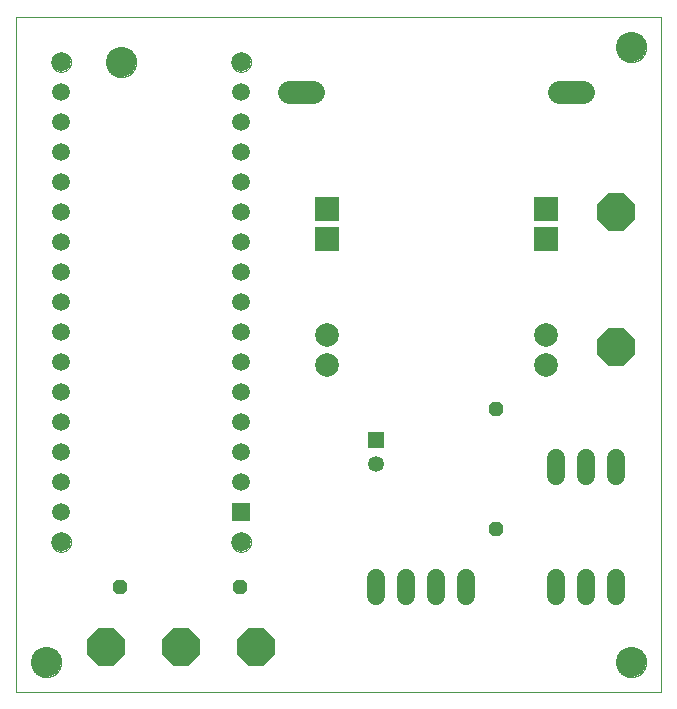
<source format=gts>
G75*
%MOIN*%
%OFA0B0*%
%FSLAX25Y25*%
%IPPOS*%
%LPD*%
%AMOC8*
5,1,8,0,0,1.08239X$1,22.5*
%
%ADD10C,0.00000*%
%ADD11C,0.10000*%
%ADD12C,0.07800*%
%ADD13R,0.05906X0.05906*%
%ADD14C,0.05906*%
%ADD15C,0.06500*%
%ADD16OC8,0.12500*%
%ADD17C,0.07874*%
%ADD18R,0.07874X0.07874*%
%ADD19C,0.06000*%
%ADD20R,0.05315X0.05315*%
%ADD21C,0.05315*%
%ADD22OC8,0.04800*%
D10*
X0002667Y0001256D02*
X0002667Y0226217D01*
X0217667Y0226256D01*
X0217667Y0001256D01*
X0002667Y0001256D01*
X0007667Y0011256D02*
X0007669Y0011397D01*
X0007675Y0011538D01*
X0007685Y0011678D01*
X0007699Y0011818D01*
X0007717Y0011958D01*
X0007738Y0012097D01*
X0007764Y0012236D01*
X0007793Y0012374D01*
X0007827Y0012510D01*
X0007864Y0012646D01*
X0007905Y0012781D01*
X0007950Y0012915D01*
X0007999Y0013047D01*
X0008051Y0013178D01*
X0008107Y0013307D01*
X0008167Y0013434D01*
X0008230Y0013560D01*
X0008296Y0013684D01*
X0008367Y0013807D01*
X0008440Y0013927D01*
X0008517Y0014045D01*
X0008597Y0014161D01*
X0008681Y0014274D01*
X0008767Y0014385D01*
X0008857Y0014494D01*
X0008950Y0014600D01*
X0009045Y0014703D01*
X0009144Y0014804D01*
X0009245Y0014902D01*
X0009349Y0014997D01*
X0009456Y0015089D01*
X0009565Y0015178D01*
X0009677Y0015263D01*
X0009791Y0015346D01*
X0009907Y0015426D01*
X0010026Y0015502D01*
X0010147Y0015574D01*
X0010269Y0015644D01*
X0010394Y0015709D01*
X0010520Y0015772D01*
X0010648Y0015830D01*
X0010778Y0015885D01*
X0010909Y0015937D01*
X0011042Y0015984D01*
X0011176Y0016028D01*
X0011311Y0016069D01*
X0011447Y0016105D01*
X0011584Y0016137D01*
X0011722Y0016166D01*
X0011860Y0016191D01*
X0012000Y0016211D01*
X0012140Y0016228D01*
X0012280Y0016241D01*
X0012421Y0016250D01*
X0012561Y0016255D01*
X0012702Y0016256D01*
X0012843Y0016253D01*
X0012984Y0016246D01*
X0013124Y0016235D01*
X0013264Y0016220D01*
X0013404Y0016201D01*
X0013543Y0016179D01*
X0013681Y0016152D01*
X0013819Y0016122D01*
X0013955Y0016087D01*
X0014091Y0016049D01*
X0014225Y0016007D01*
X0014359Y0015961D01*
X0014491Y0015912D01*
X0014621Y0015858D01*
X0014750Y0015801D01*
X0014877Y0015741D01*
X0015003Y0015677D01*
X0015126Y0015609D01*
X0015248Y0015538D01*
X0015368Y0015464D01*
X0015485Y0015386D01*
X0015600Y0015305D01*
X0015713Y0015221D01*
X0015824Y0015134D01*
X0015932Y0015043D01*
X0016037Y0014950D01*
X0016140Y0014853D01*
X0016240Y0014754D01*
X0016337Y0014652D01*
X0016431Y0014547D01*
X0016522Y0014440D01*
X0016610Y0014330D01*
X0016695Y0014218D01*
X0016777Y0014103D01*
X0016856Y0013986D01*
X0016931Y0013867D01*
X0017003Y0013746D01*
X0017071Y0013623D01*
X0017136Y0013498D01*
X0017198Y0013371D01*
X0017255Y0013242D01*
X0017310Y0013112D01*
X0017360Y0012981D01*
X0017407Y0012848D01*
X0017450Y0012714D01*
X0017489Y0012578D01*
X0017524Y0012442D01*
X0017556Y0012305D01*
X0017583Y0012167D01*
X0017607Y0012028D01*
X0017627Y0011888D01*
X0017643Y0011748D01*
X0017655Y0011608D01*
X0017663Y0011467D01*
X0017667Y0011326D01*
X0017667Y0011186D01*
X0017663Y0011045D01*
X0017655Y0010904D01*
X0017643Y0010764D01*
X0017627Y0010624D01*
X0017607Y0010484D01*
X0017583Y0010345D01*
X0017556Y0010207D01*
X0017524Y0010070D01*
X0017489Y0009934D01*
X0017450Y0009798D01*
X0017407Y0009664D01*
X0017360Y0009531D01*
X0017310Y0009400D01*
X0017255Y0009270D01*
X0017198Y0009141D01*
X0017136Y0009014D01*
X0017071Y0008889D01*
X0017003Y0008766D01*
X0016931Y0008645D01*
X0016856Y0008526D01*
X0016777Y0008409D01*
X0016695Y0008294D01*
X0016610Y0008182D01*
X0016522Y0008072D01*
X0016431Y0007965D01*
X0016337Y0007860D01*
X0016240Y0007758D01*
X0016140Y0007659D01*
X0016037Y0007562D01*
X0015932Y0007469D01*
X0015824Y0007378D01*
X0015713Y0007291D01*
X0015600Y0007207D01*
X0015485Y0007126D01*
X0015368Y0007048D01*
X0015248Y0006974D01*
X0015126Y0006903D01*
X0015003Y0006835D01*
X0014877Y0006771D01*
X0014750Y0006711D01*
X0014621Y0006654D01*
X0014491Y0006600D01*
X0014359Y0006551D01*
X0014225Y0006505D01*
X0014091Y0006463D01*
X0013955Y0006425D01*
X0013819Y0006390D01*
X0013681Y0006360D01*
X0013543Y0006333D01*
X0013404Y0006311D01*
X0013264Y0006292D01*
X0013124Y0006277D01*
X0012984Y0006266D01*
X0012843Y0006259D01*
X0012702Y0006256D01*
X0012561Y0006257D01*
X0012421Y0006262D01*
X0012280Y0006271D01*
X0012140Y0006284D01*
X0012000Y0006301D01*
X0011860Y0006321D01*
X0011722Y0006346D01*
X0011584Y0006375D01*
X0011447Y0006407D01*
X0011311Y0006443D01*
X0011176Y0006484D01*
X0011042Y0006528D01*
X0010909Y0006575D01*
X0010778Y0006627D01*
X0010648Y0006682D01*
X0010520Y0006740D01*
X0010394Y0006803D01*
X0010269Y0006868D01*
X0010147Y0006938D01*
X0010026Y0007010D01*
X0009907Y0007086D01*
X0009791Y0007166D01*
X0009677Y0007249D01*
X0009565Y0007334D01*
X0009456Y0007423D01*
X0009349Y0007515D01*
X0009245Y0007610D01*
X0009144Y0007708D01*
X0009045Y0007809D01*
X0008950Y0007912D01*
X0008857Y0008018D01*
X0008767Y0008127D01*
X0008681Y0008238D01*
X0008597Y0008351D01*
X0008517Y0008467D01*
X0008440Y0008585D01*
X0008367Y0008705D01*
X0008296Y0008828D01*
X0008230Y0008952D01*
X0008167Y0009078D01*
X0008107Y0009205D01*
X0008051Y0009334D01*
X0007999Y0009465D01*
X0007950Y0009597D01*
X0007905Y0009731D01*
X0007864Y0009866D01*
X0007827Y0010002D01*
X0007793Y0010138D01*
X0007764Y0010276D01*
X0007738Y0010415D01*
X0007717Y0010554D01*
X0007699Y0010694D01*
X0007685Y0010834D01*
X0007675Y0010974D01*
X0007669Y0011115D01*
X0007667Y0011256D01*
X0014417Y0051256D02*
X0014419Y0051369D01*
X0014425Y0051483D01*
X0014435Y0051596D01*
X0014449Y0051708D01*
X0014466Y0051820D01*
X0014488Y0051932D01*
X0014514Y0052042D01*
X0014543Y0052152D01*
X0014576Y0052260D01*
X0014613Y0052368D01*
X0014654Y0052473D01*
X0014698Y0052578D01*
X0014746Y0052681D01*
X0014797Y0052782D01*
X0014852Y0052881D01*
X0014911Y0052978D01*
X0014973Y0053073D01*
X0015038Y0053166D01*
X0015106Y0053257D01*
X0015177Y0053345D01*
X0015252Y0053431D01*
X0015329Y0053514D01*
X0015409Y0053594D01*
X0015492Y0053671D01*
X0015578Y0053746D01*
X0015666Y0053817D01*
X0015757Y0053885D01*
X0015850Y0053950D01*
X0015945Y0054012D01*
X0016042Y0054071D01*
X0016141Y0054126D01*
X0016242Y0054177D01*
X0016345Y0054225D01*
X0016450Y0054269D01*
X0016555Y0054310D01*
X0016663Y0054347D01*
X0016771Y0054380D01*
X0016881Y0054409D01*
X0016991Y0054435D01*
X0017103Y0054457D01*
X0017215Y0054474D01*
X0017327Y0054488D01*
X0017440Y0054498D01*
X0017554Y0054504D01*
X0017667Y0054506D01*
X0017780Y0054504D01*
X0017894Y0054498D01*
X0018007Y0054488D01*
X0018119Y0054474D01*
X0018231Y0054457D01*
X0018343Y0054435D01*
X0018453Y0054409D01*
X0018563Y0054380D01*
X0018671Y0054347D01*
X0018779Y0054310D01*
X0018884Y0054269D01*
X0018989Y0054225D01*
X0019092Y0054177D01*
X0019193Y0054126D01*
X0019292Y0054071D01*
X0019389Y0054012D01*
X0019484Y0053950D01*
X0019577Y0053885D01*
X0019668Y0053817D01*
X0019756Y0053746D01*
X0019842Y0053671D01*
X0019925Y0053594D01*
X0020005Y0053514D01*
X0020082Y0053431D01*
X0020157Y0053345D01*
X0020228Y0053257D01*
X0020296Y0053166D01*
X0020361Y0053073D01*
X0020423Y0052978D01*
X0020482Y0052881D01*
X0020537Y0052782D01*
X0020588Y0052681D01*
X0020636Y0052578D01*
X0020680Y0052473D01*
X0020721Y0052368D01*
X0020758Y0052260D01*
X0020791Y0052152D01*
X0020820Y0052042D01*
X0020846Y0051932D01*
X0020868Y0051820D01*
X0020885Y0051708D01*
X0020899Y0051596D01*
X0020909Y0051483D01*
X0020915Y0051369D01*
X0020917Y0051256D01*
X0020915Y0051143D01*
X0020909Y0051029D01*
X0020899Y0050916D01*
X0020885Y0050804D01*
X0020868Y0050692D01*
X0020846Y0050580D01*
X0020820Y0050470D01*
X0020791Y0050360D01*
X0020758Y0050252D01*
X0020721Y0050144D01*
X0020680Y0050039D01*
X0020636Y0049934D01*
X0020588Y0049831D01*
X0020537Y0049730D01*
X0020482Y0049631D01*
X0020423Y0049534D01*
X0020361Y0049439D01*
X0020296Y0049346D01*
X0020228Y0049255D01*
X0020157Y0049167D01*
X0020082Y0049081D01*
X0020005Y0048998D01*
X0019925Y0048918D01*
X0019842Y0048841D01*
X0019756Y0048766D01*
X0019668Y0048695D01*
X0019577Y0048627D01*
X0019484Y0048562D01*
X0019389Y0048500D01*
X0019292Y0048441D01*
X0019193Y0048386D01*
X0019092Y0048335D01*
X0018989Y0048287D01*
X0018884Y0048243D01*
X0018779Y0048202D01*
X0018671Y0048165D01*
X0018563Y0048132D01*
X0018453Y0048103D01*
X0018343Y0048077D01*
X0018231Y0048055D01*
X0018119Y0048038D01*
X0018007Y0048024D01*
X0017894Y0048014D01*
X0017780Y0048008D01*
X0017667Y0048006D01*
X0017554Y0048008D01*
X0017440Y0048014D01*
X0017327Y0048024D01*
X0017215Y0048038D01*
X0017103Y0048055D01*
X0016991Y0048077D01*
X0016881Y0048103D01*
X0016771Y0048132D01*
X0016663Y0048165D01*
X0016555Y0048202D01*
X0016450Y0048243D01*
X0016345Y0048287D01*
X0016242Y0048335D01*
X0016141Y0048386D01*
X0016042Y0048441D01*
X0015945Y0048500D01*
X0015850Y0048562D01*
X0015757Y0048627D01*
X0015666Y0048695D01*
X0015578Y0048766D01*
X0015492Y0048841D01*
X0015409Y0048918D01*
X0015329Y0048998D01*
X0015252Y0049081D01*
X0015177Y0049167D01*
X0015106Y0049255D01*
X0015038Y0049346D01*
X0014973Y0049439D01*
X0014911Y0049534D01*
X0014852Y0049631D01*
X0014797Y0049730D01*
X0014746Y0049831D01*
X0014698Y0049934D01*
X0014654Y0050039D01*
X0014613Y0050144D01*
X0014576Y0050252D01*
X0014543Y0050360D01*
X0014514Y0050470D01*
X0014488Y0050580D01*
X0014466Y0050692D01*
X0014449Y0050804D01*
X0014435Y0050916D01*
X0014425Y0051029D01*
X0014419Y0051143D01*
X0014417Y0051256D01*
X0074417Y0051256D02*
X0074419Y0051369D01*
X0074425Y0051483D01*
X0074435Y0051596D01*
X0074449Y0051708D01*
X0074466Y0051820D01*
X0074488Y0051932D01*
X0074514Y0052042D01*
X0074543Y0052152D01*
X0074576Y0052260D01*
X0074613Y0052368D01*
X0074654Y0052473D01*
X0074698Y0052578D01*
X0074746Y0052681D01*
X0074797Y0052782D01*
X0074852Y0052881D01*
X0074911Y0052978D01*
X0074973Y0053073D01*
X0075038Y0053166D01*
X0075106Y0053257D01*
X0075177Y0053345D01*
X0075252Y0053431D01*
X0075329Y0053514D01*
X0075409Y0053594D01*
X0075492Y0053671D01*
X0075578Y0053746D01*
X0075666Y0053817D01*
X0075757Y0053885D01*
X0075850Y0053950D01*
X0075945Y0054012D01*
X0076042Y0054071D01*
X0076141Y0054126D01*
X0076242Y0054177D01*
X0076345Y0054225D01*
X0076450Y0054269D01*
X0076555Y0054310D01*
X0076663Y0054347D01*
X0076771Y0054380D01*
X0076881Y0054409D01*
X0076991Y0054435D01*
X0077103Y0054457D01*
X0077215Y0054474D01*
X0077327Y0054488D01*
X0077440Y0054498D01*
X0077554Y0054504D01*
X0077667Y0054506D01*
X0077780Y0054504D01*
X0077894Y0054498D01*
X0078007Y0054488D01*
X0078119Y0054474D01*
X0078231Y0054457D01*
X0078343Y0054435D01*
X0078453Y0054409D01*
X0078563Y0054380D01*
X0078671Y0054347D01*
X0078779Y0054310D01*
X0078884Y0054269D01*
X0078989Y0054225D01*
X0079092Y0054177D01*
X0079193Y0054126D01*
X0079292Y0054071D01*
X0079389Y0054012D01*
X0079484Y0053950D01*
X0079577Y0053885D01*
X0079668Y0053817D01*
X0079756Y0053746D01*
X0079842Y0053671D01*
X0079925Y0053594D01*
X0080005Y0053514D01*
X0080082Y0053431D01*
X0080157Y0053345D01*
X0080228Y0053257D01*
X0080296Y0053166D01*
X0080361Y0053073D01*
X0080423Y0052978D01*
X0080482Y0052881D01*
X0080537Y0052782D01*
X0080588Y0052681D01*
X0080636Y0052578D01*
X0080680Y0052473D01*
X0080721Y0052368D01*
X0080758Y0052260D01*
X0080791Y0052152D01*
X0080820Y0052042D01*
X0080846Y0051932D01*
X0080868Y0051820D01*
X0080885Y0051708D01*
X0080899Y0051596D01*
X0080909Y0051483D01*
X0080915Y0051369D01*
X0080917Y0051256D01*
X0080915Y0051143D01*
X0080909Y0051029D01*
X0080899Y0050916D01*
X0080885Y0050804D01*
X0080868Y0050692D01*
X0080846Y0050580D01*
X0080820Y0050470D01*
X0080791Y0050360D01*
X0080758Y0050252D01*
X0080721Y0050144D01*
X0080680Y0050039D01*
X0080636Y0049934D01*
X0080588Y0049831D01*
X0080537Y0049730D01*
X0080482Y0049631D01*
X0080423Y0049534D01*
X0080361Y0049439D01*
X0080296Y0049346D01*
X0080228Y0049255D01*
X0080157Y0049167D01*
X0080082Y0049081D01*
X0080005Y0048998D01*
X0079925Y0048918D01*
X0079842Y0048841D01*
X0079756Y0048766D01*
X0079668Y0048695D01*
X0079577Y0048627D01*
X0079484Y0048562D01*
X0079389Y0048500D01*
X0079292Y0048441D01*
X0079193Y0048386D01*
X0079092Y0048335D01*
X0078989Y0048287D01*
X0078884Y0048243D01*
X0078779Y0048202D01*
X0078671Y0048165D01*
X0078563Y0048132D01*
X0078453Y0048103D01*
X0078343Y0048077D01*
X0078231Y0048055D01*
X0078119Y0048038D01*
X0078007Y0048024D01*
X0077894Y0048014D01*
X0077780Y0048008D01*
X0077667Y0048006D01*
X0077554Y0048008D01*
X0077440Y0048014D01*
X0077327Y0048024D01*
X0077215Y0048038D01*
X0077103Y0048055D01*
X0076991Y0048077D01*
X0076881Y0048103D01*
X0076771Y0048132D01*
X0076663Y0048165D01*
X0076555Y0048202D01*
X0076450Y0048243D01*
X0076345Y0048287D01*
X0076242Y0048335D01*
X0076141Y0048386D01*
X0076042Y0048441D01*
X0075945Y0048500D01*
X0075850Y0048562D01*
X0075757Y0048627D01*
X0075666Y0048695D01*
X0075578Y0048766D01*
X0075492Y0048841D01*
X0075409Y0048918D01*
X0075329Y0048998D01*
X0075252Y0049081D01*
X0075177Y0049167D01*
X0075106Y0049255D01*
X0075038Y0049346D01*
X0074973Y0049439D01*
X0074911Y0049534D01*
X0074852Y0049631D01*
X0074797Y0049730D01*
X0074746Y0049831D01*
X0074698Y0049934D01*
X0074654Y0050039D01*
X0074613Y0050144D01*
X0074576Y0050252D01*
X0074543Y0050360D01*
X0074514Y0050470D01*
X0074488Y0050580D01*
X0074466Y0050692D01*
X0074449Y0050804D01*
X0074435Y0050916D01*
X0074425Y0051029D01*
X0074419Y0051143D01*
X0074417Y0051256D01*
X0202667Y0011256D02*
X0202669Y0011397D01*
X0202675Y0011538D01*
X0202685Y0011678D01*
X0202699Y0011818D01*
X0202717Y0011958D01*
X0202738Y0012097D01*
X0202764Y0012236D01*
X0202793Y0012374D01*
X0202827Y0012510D01*
X0202864Y0012646D01*
X0202905Y0012781D01*
X0202950Y0012915D01*
X0202999Y0013047D01*
X0203051Y0013178D01*
X0203107Y0013307D01*
X0203167Y0013434D01*
X0203230Y0013560D01*
X0203296Y0013684D01*
X0203367Y0013807D01*
X0203440Y0013927D01*
X0203517Y0014045D01*
X0203597Y0014161D01*
X0203681Y0014274D01*
X0203767Y0014385D01*
X0203857Y0014494D01*
X0203950Y0014600D01*
X0204045Y0014703D01*
X0204144Y0014804D01*
X0204245Y0014902D01*
X0204349Y0014997D01*
X0204456Y0015089D01*
X0204565Y0015178D01*
X0204677Y0015263D01*
X0204791Y0015346D01*
X0204907Y0015426D01*
X0205026Y0015502D01*
X0205147Y0015574D01*
X0205269Y0015644D01*
X0205394Y0015709D01*
X0205520Y0015772D01*
X0205648Y0015830D01*
X0205778Y0015885D01*
X0205909Y0015937D01*
X0206042Y0015984D01*
X0206176Y0016028D01*
X0206311Y0016069D01*
X0206447Y0016105D01*
X0206584Y0016137D01*
X0206722Y0016166D01*
X0206860Y0016191D01*
X0207000Y0016211D01*
X0207140Y0016228D01*
X0207280Y0016241D01*
X0207421Y0016250D01*
X0207561Y0016255D01*
X0207702Y0016256D01*
X0207843Y0016253D01*
X0207984Y0016246D01*
X0208124Y0016235D01*
X0208264Y0016220D01*
X0208404Y0016201D01*
X0208543Y0016179D01*
X0208681Y0016152D01*
X0208819Y0016122D01*
X0208955Y0016087D01*
X0209091Y0016049D01*
X0209225Y0016007D01*
X0209359Y0015961D01*
X0209491Y0015912D01*
X0209621Y0015858D01*
X0209750Y0015801D01*
X0209877Y0015741D01*
X0210003Y0015677D01*
X0210126Y0015609D01*
X0210248Y0015538D01*
X0210368Y0015464D01*
X0210485Y0015386D01*
X0210600Y0015305D01*
X0210713Y0015221D01*
X0210824Y0015134D01*
X0210932Y0015043D01*
X0211037Y0014950D01*
X0211140Y0014853D01*
X0211240Y0014754D01*
X0211337Y0014652D01*
X0211431Y0014547D01*
X0211522Y0014440D01*
X0211610Y0014330D01*
X0211695Y0014218D01*
X0211777Y0014103D01*
X0211856Y0013986D01*
X0211931Y0013867D01*
X0212003Y0013746D01*
X0212071Y0013623D01*
X0212136Y0013498D01*
X0212198Y0013371D01*
X0212255Y0013242D01*
X0212310Y0013112D01*
X0212360Y0012981D01*
X0212407Y0012848D01*
X0212450Y0012714D01*
X0212489Y0012578D01*
X0212524Y0012442D01*
X0212556Y0012305D01*
X0212583Y0012167D01*
X0212607Y0012028D01*
X0212627Y0011888D01*
X0212643Y0011748D01*
X0212655Y0011608D01*
X0212663Y0011467D01*
X0212667Y0011326D01*
X0212667Y0011186D01*
X0212663Y0011045D01*
X0212655Y0010904D01*
X0212643Y0010764D01*
X0212627Y0010624D01*
X0212607Y0010484D01*
X0212583Y0010345D01*
X0212556Y0010207D01*
X0212524Y0010070D01*
X0212489Y0009934D01*
X0212450Y0009798D01*
X0212407Y0009664D01*
X0212360Y0009531D01*
X0212310Y0009400D01*
X0212255Y0009270D01*
X0212198Y0009141D01*
X0212136Y0009014D01*
X0212071Y0008889D01*
X0212003Y0008766D01*
X0211931Y0008645D01*
X0211856Y0008526D01*
X0211777Y0008409D01*
X0211695Y0008294D01*
X0211610Y0008182D01*
X0211522Y0008072D01*
X0211431Y0007965D01*
X0211337Y0007860D01*
X0211240Y0007758D01*
X0211140Y0007659D01*
X0211037Y0007562D01*
X0210932Y0007469D01*
X0210824Y0007378D01*
X0210713Y0007291D01*
X0210600Y0007207D01*
X0210485Y0007126D01*
X0210368Y0007048D01*
X0210248Y0006974D01*
X0210126Y0006903D01*
X0210003Y0006835D01*
X0209877Y0006771D01*
X0209750Y0006711D01*
X0209621Y0006654D01*
X0209491Y0006600D01*
X0209359Y0006551D01*
X0209225Y0006505D01*
X0209091Y0006463D01*
X0208955Y0006425D01*
X0208819Y0006390D01*
X0208681Y0006360D01*
X0208543Y0006333D01*
X0208404Y0006311D01*
X0208264Y0006292D01*
X0208124Y0006277D01*
X0207984Y0006266D01*
X0207843Y0006259D01*
X0207702Y0006256D01*
X0207561Y0006257D01*
X0207421Y0006262D01*
X0207280Y0006271D01*
X0207140Y0006284D01*
X0207000Y0006301D01*
X0206860Y0006321D01*
X0206722Y0006346D01*
X0206584Y0006375D01*
X0206447Y0006407D01*
X0206311Y0006443D01*
X0206176Y0006484D01*
X0206042Y0006528D01*
X0205909Y0006575D01*
X0205778Y0006627D01*
X0205648Y0006682D01*
X0205520Y0006740D01*
X0205394Y0006803D01*
X0205269Y0006868D01*
X0205147Y0006938D01*
X0205026Y0007010D01*
X0204907Y0007086D01*
X0204791Y0007166D01*
X0204677Y0007249D01*
X0204565Y0007334D01*
X0204456Y0007423D01*
X0204349Y0007515D01*
X0204245Y0007610D01*
X0204144Y0007708D01*
X0204045Y0007809D01*
X0203950Y0007912D01*
X0203857Y0008018D01*
X0203767Y0008127D01*
X0203681Y0008238D01*
X0203597Y0008351D01*
X0203517Y0008467D01*
X0203440Y0008585D01*
X0203367Y0008705D01*
X0203296Y0008828D01*
X0203230Y0008952D01*
X0203167Y0009078D01*
X0203107Y0009205D01*
X0203051Y0009334D01*
X0202999Y0009465D01*
X0202950Y0009597D01*
X0202905Y0009731D01*
X0202864Y0009866D01*
X0202827Y0010002D01*
X0202793Y0010138D01*
X0202764Y0010276D01*
X0202738Y0010415D01*
X0202717Y0010554D01*
X0202699Y0010694D01*
X0202685Y0010834D01*
X0202675Y0010974D01*
X0202669Y0011115D01*
X0202667Y0011256D01*
X0074417Y0211256D02*
X0074419Y0211369D01*
X0074425Y0211483D01*
X0074435Y0211596D01*
X0074449Y0211708D01*
X0074466Y0211820D01*
X0074488Y0211932D01*
X0074514Y0212042D01*
X0074543Y0212152D01*
X0074576Y0212260D01*
X0074613Y0212368D01*
X0074654Y0212473D01*
X0074698Y0212578D01*
X0074746Y0212681D01*
X0074797Y0212782D01*
X0074852Y0212881D01*
X0074911Y0212978D01*
X0074973Y0213073D01*
X0075038Y0213166D01*
X0075106Y0213257D01*
X0075177Y0213345D01*
X0075252Y0213431D01*
X0075329Y0213514D01*
X0075409Y0213594D01*
X0075492Y0213671D01*
X0075578Y0213746D01*
X0075666Y0213817D01*
X0075757Y0213885D01*
X0075850Y0213950D01*
X0075945Y0214012D01*
X0076042Y0214071D01*
X0076141Y0214126D01*
X0076242Y0214177D01*
X0076345Y0214225D01*
X0076450Y0214269D01*
X0076555Y0214310D01*
X0076663Y0214347D01*
X0076771Y0214380D01*
X0076881Y0214409D01*
X0076991Y0214435D01*
X0077103Y0214457D01*
X0077215Y0214474D01*
X0077327Y0214488D01*
X0077440Y0214498D01*
X0077554Y0214504D01*
X0077667Y0214506D01*
X0077780Y0214504D01*
X0077894Y0214498D01*
X0078007Y0214488D01*
X0078119Y0214474D01*
X0078231Y0214457D01*
X0078343Y0214435D01*
X0078453Y0214409D01*
X0078563Y0214380D01*
X0078671Y0214347D01*
X0078779Y0214310D01*
X0078884Y0214269D01*
X0078989Y0214225D01*
X0079092Y0214177D01*
X0079193Y0214126D01*
X0079292Y0214071D01*
X0079389Y0214012D01*
X0079484Y0213950D01*
X0079577Y0213885D01*
X0079668Y0213817D01*
X0079756Y0213746D01*
X0079842Y0213671D01*
X0079925Y0213594D01*
X0080005Y0213514D01*
X0080082Y0213431D01*
X0080157Y0213345D01*
X0080228Y0213257D01*
X0080296Y0213166D01*
X0080361Y0213073D01*
X0080423Y0212978D01*
X0080482Y0212881D01*
X0080537Y0212782D01*
X0080588Y0212681D01*
X0080636Y0212578D01*
X0080680Y0212473D01*
X0080721Y0212368D01*
X0080758Y0212260D01*
X0080791Y0212152D01*
X0080820Y0212042D01*
X0080846Y0211932D01*
X0080868Y0211820D01*
X0080885Y0211708D01*
X0080899Y0211596D01*
X0080909Y0211483D01*
X0080915Y0211369D01*
X0080917Y0211256D01*
X0080915Y0211143D01*
X0080909Y0211029D01*
X0080899Y0210916D01*
X0080885Y0210804D01*
X0080868Y0210692D01*
X0080846Y0210580D01*
X0080820Y0210470D01*
X0080791Y0210360D01*
X0080758Y0210252D01*
X0080721Y0210144D01*
X0080680Y0210039D01*
X0080636Y0209934D01*
X0080588Y0209831D01*
X0080537Y0209730D01*
X0080482Y0209631D01*
X0080423Y0209534D01*
X0080361Y0209439D01*
X0080296Y0209346D01*
X0080228Y0209255D01*
X0080157Y0209167D01*
X0080082Y0209081D01*
X0080005Y0208998D01*
X0079925Y0208918D01*
X0079842Y0208841D01*
X0079756Y0208766D01*
X0079668Y0208695D01*
X0079577Y0208627D01*
X0079484Y0208562D01*
X0079389Y0208500D01*
X0079292Y0208441D01*
X0079193Y0208386D01*
X0079092Y0208335D01*
X0078989Y0208287D01*
X0078884Y0208243D01*
X0078779Y0208202D01*
X0078671Y0208165D01*
X0078563Y0208132D01*
X0078453Y0208103D01*
X0078343Y0208077D01*
X0078231Y0208055D01*
X0078119Y0208038D01*
X0078007Y0208024D01*
X0077894Y0208014D01*
X0077780Y0208008D01*
X0077667Y0208006D01*
X0077554Y0208008D01*
X0077440Y0208014D01*
X0077327Y0208024D01*
X0077215Y0208038D01*
X0077103Y0208055D01*
X0076991Y0208077D01*
X0076881Y0208103D01*
X0076771Y0208132D01*
X0076663Y0208165D01*
X0076555Y0208202D01*
X0076450Y0208243D01*
X0076345Y0208287D01*
X0076242Y0208335D01*
X0076141Y0208386D01*
X0076042Y0208441D01*
X0075945Y0208500D01*
X0075850Y0208562D01*
X0075757Y0208627D01*
X0075666Y0208695D01*
X0075578Y0208766D01*
X0075492Y0208841D01*
X0075409Y0208918D01*
X0075329Y0208998D01*
X0075252Y0209081D01*
X0075177Y0209167D01*
X0075106Y0209255D01*
X0075038Y0209346D01*
X0074973Y0209439D01*
X0074911Y0209534D01*
X0074852Y0209631D01*
X0074797Y0209730D01*
X0074746Y0209831D01*
X0074698Y0209934D01*
X0074654Y0210039D01*
X0074613Y0210144D01*
X0074576Y0210252D01*
X0074543Y0210360D01*
X0074514Y0210470D01*
X0074488Y0210580D01*
X0074466Y0210692D01*
X0074449Y0210804D01*
X0074435Y0210916D01*
X0074425Y0211029D01*
X0074419Y0211143D01*
X0074417Y0211256D01*
X0032667Y0211256D02*
X0032669Y0211397D01*
X0032675Y0211538D01*
X0032685Y0211678D01*
X0032699Y0211818D01*
X0032717Y0211958D01*
X0032738Y0212097D01*
X0032764Y0212236D01*
X0032793Y0212374D01*
X0032827Y0212510D01*
X0032864Y0212646D01*
X0032905Y0212781D01*
X0032950Y0212915D01*
X0032999Y0213047D01*
X0033051Y0213178D01*
X0033107Y0213307D01*
X0033167Y0213434D01*
X0033230Y0213560D01*
X0033296Y0213684D01*
X0033367Y0213807D01*
X0033440Y0213927D01*
X0033517Y0214045D01*
X0033597Y0214161D01*
X0033681Y0214274D01*
X0033767Y0214385D01*
X0033857Y0214494D01*
X0033950Y0214600D01*
X0034045Y0214703D01*
X0034144Y0214804D01*
X0034245Y0214902D01*
X0034349Y0214997D01*
X0034456Y0215089D01*
X0034565Y0215178D01*
X0034677Y0215263D01*
X0034791Y0215346D01*
X0034907Y0215426D01*
X0035026Y0215502D01*
X0035147Y0215574D01*
X0035269Y0215644D01*
X0035394Y0215709D01*
X0035520Y0215772D01*
X0035648Y0215830D01*
X0035778Y0215885D01*
X0035909Y0215937D01*
X0036042Y0215984D01*
X0036176Y0216028D01*
X0036311Y0216069D01*
X0036447Y0216105D01*
X0036584Y0216137D01*
X0036722Y0216166D01*
X0036860Y0216191D01*
X0037000Y0216211D01*
X0037140Y0216228D01*
X0037280Y0216241D01*
X0037421Y0216250D01*
X0037561Y0216255D01*
X0037702Y0216256D01*
X0037843Y0216253D01*
X0037984Y0216246D01*
X0038124Y0216235D01*
X0038264Y0216220D01*
X0038404Y0216201D01*
X0038543Y0216179D01*
X0038681Y0216152D01*
X0038819Y0216122D01*
X0038955Y0216087D01*
X0039091Y0216049D01*
X0039225Y0216007D01*
X0039359Y0215961D01*
X0039491Y0215912D01*
X0039621Y0215858D01*
X0039750Y0215801D01*
X0039877Y0215741D01*
X0040003Y0215677D01*
X0040126Y0215609D01*
X0040248Y0215538D01*
X0040368Y0215464D01*
X0040485Y0215386D01*
X0040600Y0215305D01*
X0040713Y0215221D01*
X0040824Y0215134D01*
X0040932Y0215043D01*
X0041037Y0214950D01*
X0041140Y0214853D01*
X0041240Y0214754D01*
X0041337Y0214652D01*
X0041431Y0214547D01*
X0041522Y0214440D01*
X0041610Y0214330D01*
X0041695Y0214218D01*
X0041777Y0214103D01*
X0041856Y0213986D01*
X0041931Y0213867D01*
X0042003Y0213746D01*
X0042071Y0213623D01*
X0042136Y0213498D01*
X0042198Y0213371D01*
X0042255Y0213242D01*
X0042310Y0213112D01*
X0042360Y0212981D01*
X0042407Y0212848D01*
X0042450Y0212714D01*
X0042489Y0212578D01*
X0042524Y0212442D01*
X0042556Y0212305D01*
X0042583Y0212167D01*
X0042607Y0212028D01*
X0042627Y0211888D01*
X0042643Y0211748D01*
X0042655Y0211608D01*
X0042663Y0211467D01*
X0042667Y0211326D01*
X0042667Y0211186D01*
X0042663Y0211045D01*
X0042655Y0210904D01*
X0042643Y0210764D01*
X0042627Y0210624D01*
X0042607Y0210484D01*
X0042583Y0210345D01*
X0042556Y0210207D01*
X0042524Y0210070D01*
X0042489Y0209934D01*
X0042450Y0209798D01*
X0042407Y0209664D01*
X0042360Y0209531D01*
X0042310Y0209400D01*
X0042255Y0209270D01*
X0042198Y0209141D01*
X0042136Y0209014D01*
X0042071Y0208889D01*
X0042003Y0208766D01*
X0041931Y0208645D01*
X0041856Y0208526D01*
X0041777Y0208409D01*
X0041695Y0208294D01*
X0041610Y0208182D01*
X0041522Y0208072D01*
X0041431Y0207965D01*
X0041337Y0207860D01*
X0041240Y0207758D01*
X0041140Y0207659D01*
X0041037Y0207562D01*
X0040932Y0207469D01*
X0040824Y0207378D01*
X0040713Y0207291D01*
X0040600Y0207207D01*
X0040485Y0207126D01*
X0040368Y0207048D01*
X0040248Y0206974D01*
X0040126Y0206903D01*
X0040003Y0206835D01*
X0039877Y0206771D01*
X0039750Y0206711D01*
X0039621Y0206654D01*
X0039491Y0206600D01*
X0039359Y0206551D01*
X0039225Y0206505D01*
X0039091Y0206463D01*
X0038955Y0206425D01*
X0038819Y0206390D01*
X0038681Y0206360D01*
X0038543Y0206333D01*
X0038404Y0206311D01*
X0038264Y0206292D01*
X0038124Y0206277D01*
X0037984Y0206266D01*
X0037843Y0206259D01*
X0037702Y0206256D01*
X0037561Y0206257D01*
X0037421Y0206262D01*
X0037280Y0206271D01*
X0037140Y0206284D01*
X0037000Y0206301D01*
X0036860Y0206321D01*
X0036722Y0206346D01*
X0036584Y0206375D01*
X0036447Y0206407D01*
X0036311Y0206443D01*
X0036176Y0206484D01*
X0036042Y0206528D01*
X0035909Y0206575D01*
X0035778Y0206627D01*
X0035648Y0206682D01*
X0035520Y0206740D01*
X0035394Y0206803D01*
X0035269Y0206868D01*
X0035147Y0206938D01*
X0035026Y0207010D01*
X0034907Y0207086D01*
X0034791Y0207166D01*
X0034677Y0207249D01*
X0034565Y0207334D01*
X0034456Y0207423D01*
X0034349Y0207515D01*
X0034245Y0207610D01*
X0034144Y0207708D01*
X0034045Y0207809D01*
X0033950Y0207912D01*
X0033857Y0208018D01*
X0033767Y0208127D01*
X0033681Y0208238D01*
X0033597Y0208351D01*
X0033517Y0208467D01*
X0033440Y0208585D01*
X0033367Y0208705D01*
X0033296Y0208828D01*
X0033230Y0208952D01*
X0033167Y0209078D01*
X0033107Y0209205D01*
X0033051Y0209334D01*
X0032999Y0209465D01*
X0032950Y0209597D01*
X0032905Y0209731D01*
X0032864Y0209866D01*
X0032827Y0210002D01*
X0032793Y0210138D01*
X0032764Y0210276D01*
X0032738Y0210415D01*
X0032717Y0210554D01*
X0032699Y0210694D01*
X0032685Y0210834D01*
X0032675Y0210974D01*
X0032669Y0211115D01*
X0032667Y0211256D01*
X0014417Y0211256D02*
X0014419Y0211369D01*
X0014425Y0211483D01*
X0014435Y0211596D01*
X0014449Y0211708D01*
X0014466Y0211820D01*
X0014488Y0211932D01*
X0014514Y0212042D01*
X0014543Y0212152D01*
X0014576Y0212260D01*
X0014613Y0212368D01*
X0014654Y0212473D01*
X0014698Y0212578D01*
X0014746Y0212681D01*
X0014797Y0212782D01*
X0014852Y0212881D01*
X0014911Y0212978D01*
X0014973Y0213073D01*
X0015038Y0213166D01*
X0015106Y0213257D01*
X0015177Y0213345D01*
X0015252Y0213431D01*
X0015329Y0213514D01*
X0015409Y0213594D01*
X0015492Y0213671D01*
X0015578Y0213746D01*
X0015666Y0213817D01*
X0015757Y0213885D01*
X0015850Y0213950D01*
X0015945Y0214012D01*
X0016042Y0214071D01*
X0016141Y0214126D01*
X0016242Y0214177D01*
X0016345Y0214225D01*
X0016450Y0214269D01*
X0016555Y0214310D01*
X0016663Y0214347D01*
X0016771Y0214380D01*
X0016881Y0214409D01*
X0016991Y0214435D01*
X0017103Y0214457D01*
X0017215Y0214474D01*
X0017327Y0214488D01*
X0017440Y0214498D01*
X0017554Y0214504D01*
X0017667Y0214506D01*
X0017780Y0214504D01*
X0017894Y0214498D01*
X0018007Y0214488D01*
X0018119Y0214474D01*
X0018231Y0214457D01*
X0018343Y0214435D01*
X0018453Y0214409D01*
X0018563Y0214380D01*
X0018671Y0214347D01*
X0018779Y0214310D01*
X0018884Y0214269D01*
X0018989Y0214225D01*
X0019092Y0214177D01*
X0019193Y0214126D01*
X0019292Y0214071D01*
X0019389Y0214012D01*
X0019484Y0213950D01*
X0019577Y0213885D01*
X0019668Y0213817D01*
X0019756Y0213746D01*
X0019842Y0213671D01*
X0019925Y0213594D01*
X0020005Y0213514D01*
X0020082Y0213431D01*
X0020157Y0213345D01*
X0020228Y0213257D01*
X0020296Y0213166D01*
X0020361Y0213073D01*
X0020423Y0212978D01*
X0020482Y0212881D01*
X0020537Y0212782D01*
X0020588Y0212681D01*
X0020636Y0212578D01*
X0020680Y0212473D01*
X0020721Y0212368D01*
X0020758Y0212260D01*
X0020791Y0212152D01*
X0020820Y0212042D01*
X0020846Y0211932D01*
X0020868Y0211820D01*
X0020885Y0211708D01*
X0020899Y0211596D01*
X0020909Y0211483D01*
X0020915Y0211369D01*
X0020917Y0211256D01*
X0020915Y0211143D01*
X0020909Y0211029D01*
X0020899Y0210916D01*
X0020885Y0210804D01*
X0020868Y0210692D01*
X0020846Y0210580D01*
X0020820Y0210470D01*
X0020791Y0210360D01*
X0020758Y0210252D01*
X0020721Y0210144D01*
X0020680Y0210039D01*
X0020636Y0209934D01*
X0020588Y0209831D01*
X0020537Y0209730D01*
X0020482Y0209631D01*
X0020423Y0209534D01*
X0020361Y0209439D01*
X0020296Y0209346D01*
X0020228Y0209255D01*
X0020157Y0209167D01*
X0020082Y0209081D01*
X0020005Y0208998D01*
X0019925Y0208918D01*
X0019842Y0208841D01*
X0019756Y0208766D01*
X0019668Y0208695D01*
X0019577Y0208627D01*
X0019484Y0208562D01*
X0019389Y0208500D01*
X0019292Y0208441D01*
X0019193Y0208386D01*
X0019092Y0208335D01*
X0018989Y0208287D01*
X0018884Y0208243D01*
X0018779Y0208202D01*
X0018671Y0208165D01*
X0018563Y0208132D01*
X0018453Y0208103D01*
X0018343Y0208077D01*
X0018231Y0208055D01*
X0018119Y0208038D01*
X0018007Y0208024D01*
X0017894Y0208014D01*
X0017780Y0208008D01*
X0017667Y0208006D01*
X0017554Y0208008D01*
X0017440Y0208014D01*
X0017327Y0208024D01*
X0017215Y0208038D01*
X0017103Y0208055D01*
X0016991Y0208077D01*
X0016881Y0208103D01*
X0016771Y0208132D01*
X0016663Y0208165D01*
X0016555Y0208202D01*
X0016450Y0208243D01*
X0016345Y0208287D01*
X0016242Y0208335D01*
X0016141Y0208386D01*
X0016042Y0208441D01*
X0015945Y0208500D01*
X0015850Y0208562D01*
X0015757Y0208627D01*
X0015666Y0208695D01*
X0015578Y0208766D01*
X0015492Y0208841D01*
X0015409Y0208918D01*
X0015329Y0208998D01*
X0015252Y0209081D01*
X0015177Y0209167D01*
X0015106Y0209255D01*
X0015038Y0209346D01*
X0014973Y0209439D01*
X0014911Y0209534D01*
X0014852Y0209631D01*
X0014797Y0209730D01*
X0014746Y0209831D01*
X0014698Y0209934D01*
X0014654Y0210039D01*
X0014613Y0210144D01*
X0014576Y0210252D01*
X0014543Y0210360D01*
X0014514Y0210470D01*
X0014488Y0210580D01*
X0014466Y0210692D01*
X0014449Y0210804D01*
X0014435Y0210916D01*
X0014425Y0211029D01*
X0014419Y0211143D01*
X0014417Y0211256D01*
X0202667Y0216256D02*
X0202669Y0216397D01*
X0202675Y0216538D01*
X0202685Y0216678D01*
X0202699Y0216818D01*
X0202717Y0216958D01*
X0202738Y0217097D01*
X0202764Y0217236D01*
X0202793Y0217374D01*
X0202827Y0217510D01*
X0202864Y0217646D01*
X0202905Y0217781D01*
X0202950Y0217915D01*
X0202999Y0218047D01*
X0203051Y0218178D01*
X0203107Y0218307D01*
X0203167Y0218434D01*
X0203230Y0218560D01*
X0203296Y0218684D01*
X0203367Y0218807D01*
X0203440Y0218927D01*
X0203517Y0219045D01*
X0203597Y0219161D01*
X0203681Y0219274D01*
X0203767Y0219385D01*
X0203857Y0219494D01*
X0203950Y0219600D01*
X0204045Y0219703D01*
X0204144Y0219804D01*
X0204245Y0219902D01*
X0204349Y0219997D01*
X0204456Y0220089D01*
X0204565Y0220178D01*
X0204677Y0220263D01*
X0204791Y0220346D01*
X0204907Y0220426D01*
X0205026Y0220502D01*
X0205147Y0220574D01*
X0205269Y0220644D01*
X0205394Y0220709D01*
X0205520Y0220772D01*
X0205648Y0220830D01*
X0205778Y0220885D01*
X0205909Y0220937D01*
X0206042Y0220984D01*
X0206176Y0221028D01*
X0206311Y0221069D01*
X0206447Y0221105D01*
X0206584Y0221137D01*
X0206722Y0221166D01*
X0206860Y0221191D01*
X0207000Y0221211D01*
X0207140Y0221228D01*
X0207280Y0221241D01*
X0207421Y0221250D01*
X0207561Y0221255D01*
X0207702Y0221256D01*
X0207843Y0221253D01*
X0207984Y0221246D01*
X0208124Y0221235D01*
X0208264Y0221220D01*
X0208404Y0221201D01*
X0208543Y0221179D01*
X0208681Y0221152D01*
X0208819Y0221122D01*
X0208955Y0221087D01*
X0209091Y0221049D01*
X0209225Y0221007D01*
X0209359Y0220961D01*
X0209491Y0220912D01*
X0209621Y0220858D01*
X0209750Y0220801D01*
X0209877Y0220741D01*
X0210003Y0220677D01*
X0210126Y0220609D01*
X0210248Y0220538D01*
X0210368Y0220464D01*
X0210485Y0220386D01*
X0210600Y0220305D01*
X0210713Y0220221D01*
X0210824Y0220134D01*
X0210932Y0220043D01*
X0211037Y0219950D01*
X0211140Y0219853D01*
X0211240Y0219754D01*
X0211337Y0219652D01*
X0211431Y0219547D01*
X0211522Y0219440D01*
X0211610Y0219330D01*
X0211695Y0219218D01*
X0211777Y0219103D01*
X0211856Y0218986D01*
X0211931Y0218867D01*
X0212003Y0218746D01*
X0212071Y0218623D01*
X0212136Y0218498D01*
X0212198Y0218371D01*
X0212255Y0218242D01*
X0212310Y0218112D01*
X0212360Y0217981D01*
X0212407Y0217848D01*
X0212450Y0217714D01*
X0212489Y0217578D01*
X0212524Y0217442D01*
X0212556Y0217305D01*
X0212583Y0217167D01*
X0212607Y0217028D01*
X0212627Y0216888D01*
X0212643Y0216748D01*
X0212655Y0216608D01*
X0212663Y0216467D01*
X0212667Y0216326D01*
X0212667Y0216186D01*
X0212663Y0216045D01*
X0212655Y0215904D01*
X0212643Y0215764D01*
X0212627Y0215624D01*
X0212607Y0215484D01*
X0212583Y0215345D01*
X0212556Y0215207D01*
X0212524Y0215070D01*
X0212489Y0214934D01*
X0212450Y0214798D01*
X0212407Y0214664D01*
X0212360Y0214531D01*
X0212310Y0214400D01*
X0212255Y0214270D01*
X0212198Y0214141D01*
X0212136Y0214014D01*
X0212071Y0213889D01*
X0212003Y0213766D01*
X0211931Y0213645D01*
X0211856Y0213526D01*
X0211777Y0213409D01*
X0211695Y0213294D01*
X0211610Y0213182D01*
X0211522Y0213072D01*
X0211431Y0212965D01*
X0211337Y0212860D01*
X0211240Y0212758D01*
X0211140Y0212659D01*
X0211037Y0212562D01*
X0210932Y0212469D01*
X0210824Y0212378D01*
X0210713Y0212291D01*
X0210600Y0212207D01*
X0210485Y0212126D01*
X0210368Y0212048D01*
X0210248Y0211974D01*
X0210126Y0211903D01*
X0210003Y0211835D01*
X0209877Y0211771D01*
X0209750Y0211711D01*
X0209621Y0211654D01*
X0209491Y0211600D01*
X0209359Y0211551D01*
X0209225Y0211505D01*
X0209091Y0211463D01*
X0208955Y0211425D01*
X0208819Y0211390D01*
X0208681Y0211360D01*
X0208543Y0211333D01*
X0208404Y0211311D01*
X0208264Y0211292D01*
X0208124Y0211277D01*
X0207984Y0211266D01*
X0207843Y0211259D01*
X0207702Y0211256D01*
X0207561Y0211257D01*
X0207421Y0211262D01*
X0207280Y0211271D01*
X0207140Y0211284D01*
X0207000Y0211301D01*
X0206860Y0211321D01*
X0206722Y0211346D01*
X0206584Y0211375D01*
X0206447Y0211407D01*
X0206311Y0211443D01*
X0206176Y0211484D01*
X0206042Y0211528D01*
X0205909Y0211575D01*
X0205778Y0211627D01*
X0205648Y0211682D01*
X0205520Y0211740D01*
X0205394Y0211803D01*
X0205269Y0211868D01*
X0205147Y0211938D01*
X0205026Y0212010D01*
X0204907Y0212086D01*
X0204791Y0212166D01*
X0204677Y0212249D01*
X0204565Y0212334D01*
X0204456Y0212423D01*
X0204349Y0212515D01*
X0204245Y0212610D01*
X0204144Y0212708D01*
X0204045Y0212809D01*
X0203950Y0212912D01*
X0203857Y0213018D01*
X0203767Y0213127D01*
X0203681Y0213238D01*
X0203597Y0213351D01*
X0203517Y0213467D01*
X0203440Y0213585D01*
X0203367Y0213705D01*
X0203296Y0213828D01*
X0203230Y0213952D01*
X0203167Y0214078D01*
X0203107Y0214205D01*
X0203051Y0214334D01*
X0202999Y0214465D01*
X0202950Y0214597D01*
X0202905Y0214731D01*
X0202864Y0214866D01*
X0202827Y0215002D01*
X0202793Y0215138D01*
X0202764Y0215276D01*
X0202738Y0215415D01*
X0202717Y0215554D01*
X0202699Y0215694D01*
X0202685Y0215834D01*
X0202675Y0215974D01*
X0202669Y0216115D01*
X0202667Y0216256D01*
D11*
X0207667Y0216256D03*
X0037667Y0211256D03*
X0012667Y0011256D03*
X0207667Y0011256D03*
D12*
X0191567Y0201256D02*
X0183767Y0201256D01*
X0101567Y0201256D02*
X0093767Y0201256D01*
D13*
X0077667Y0061256D03*
D14*
X0077667Y0071256D03*
X0077667Y0081256D03*
X0077667Y0091256D03*
X0077667Y0101256D03*
X0077667Y0111256D03*
X0077667Y0121256D03*
X0077667Y0131256D03*
X0077667Y0141256D03*
X0077667Y0151256D03*
X0077667Y0161256D03*
X0077667Y0171256D03*
X0077667Y0181256D03*
X0077667Y0191256D03*
X0077667Y0201256D03*
X0017667Y0201256D03*
X0017667Y0191256D03*
X0017667Y0181256D03*
X0017667Y0171256D03*
X0017667Y0161256D03*
X0017667Y0151256D03*
X0017667Y0141256D03*
X0017667Y0131256D03*
X0017667Y0121256D03*
X0017667Y0111256D03*
X0017667Y0101256D03*
X0017667Y0091256D03*
X0017667Y0081256D03*
X0017667Y0071256D03*
X0017667Y0061256D03*
D15*
X0017667Y0051256D03*
X0077667Y0051256D03*
X0077667Y0211256D03*
X0017667Y0211256D03*
D16*
X0202667Y0161256D03*
X0202667Y0116256D03*
X0082667Y0016256D03*
X0057667Y0016256D03*
X0032667Y0016256D03*
D17*
X0106167Y0110256D03*
X0106167Y0120256D03*
X0179167Y0120256D03*
X0179167Y0110256D03*
D18*
X0179167Y0152256D03*
X0179167Y0162256D03*
X0106167Y0162256D03*
X0106167Y0152256D03*
D19*
X0182667Y0079256D02*
X0182667Y0073256D01*
X0192667Y0073256D02*
X0192667Y0079256D01*
X0202667Y0079256D02*
X0202667Y0073256D01*
X0202667Y0039256D02*
X0202667Y0033256D01*
X0192667Y0033256D02*
X0192667Y0039256D01*
X0182667Y0039256D02*
X0182667Y0033256D01*
X0152667Y0033256D02*
X0152667Y0039256D01*
X0142667Y0039256D02*
X0142667Y0033256D01*
X0132667Y0033256D02*
X0132667Y0039256D01*
X0122667Y0039256D02*
X0122667Y0033256D01*
D20*
X0122667Y0085193D03*
D21*
X0122667Y0077319D03*
D22*
X0162667Y0095756D03*
X0162667Y0055756D03*
X0077167Y0036256D03*
X0037167Y0036256D03*
M02*

</source>
